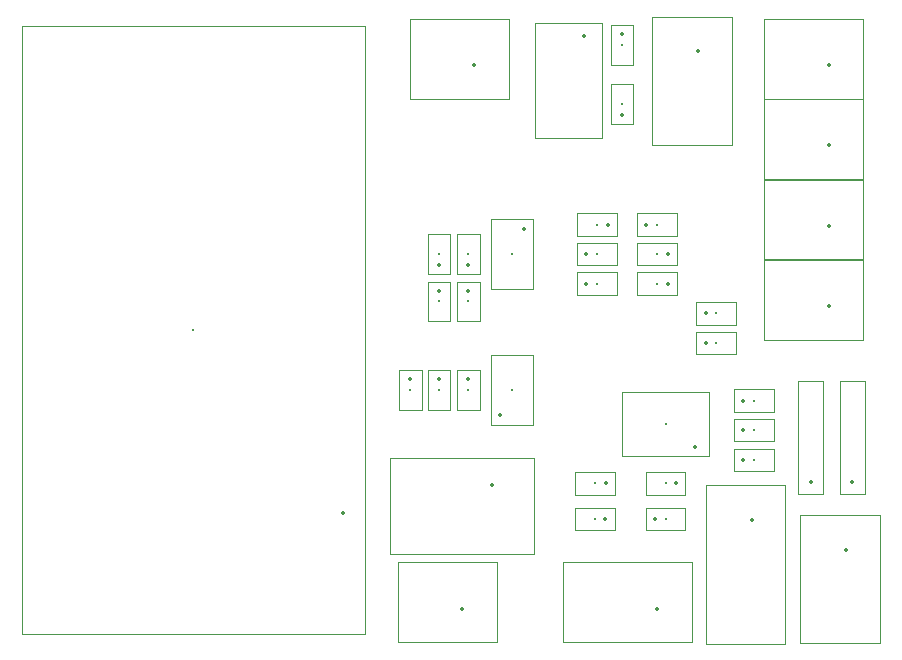
<source format=gbr>
%TF.GenerationSoftware,KiCad,Pcbnew,7.0.8*%
%TF.CreationDate,2024-02-01T15:10:07+01:00*%
%TF.ProjectId,SMD Microcontroller Schematics,534d4420-4d69-4637-926f-636f6e74726f,rev?*%
%TF.SameCoordinates,Original*%
%TF.FileFunction,Component,L1,Top*%
%TF.FilePolarity,Positive*%
%FSLAX46Y46*%
G04 Gerber Fmt 4.6, Leading zero omitted, Abs format (unit mm)*
G04 Created by KiCad (PCBNEW 7.0.8) date 2024-02-01 15:10:07*
%MOMM*%
%LPD*%
G01*
G04 APERTURE LIST*
%TA.AperFunction,ComponentMain*%
%ADD10C,0.300000*%
%TD*%
%TA.AperFunction,ComponentOutline,Courtyard*%
%ADD11C,0.100000*%
%TD*%
%TA.AperFunction,ComponentPin*%
%ADD12P,0.360000X4X0.000000*%
%TD*%
%TA.AperFunction,ComponentPin*%
%ADD13C,0.100000*%
%TD*%
G04 APERTURE END LIST*
D10*
%TO.C,"J2"*%
%TO.CFtp,"JST_XH_B2B-XH-A_1x02_P2.50mm_Vertical"*%
%TO.CVal,"Data (RX TX)"*%
%TO.CLbN,"Connector_JST"*%
%TO.CMnt,TH*%
%TO.CRot,180*%
X73000000Y-35000000D03*
D11*
X75949999Y-31100001D02*
X75949999Y-37849999D01*
X67550001Y-37849999D01*
X67550001Y-31100001D01*
X75949999Y-31100001D01*
D12*
%TO.P,"J2","1","Pin_1"*%
X73000000Y-35000000D03*
D13*
%TO.P,"J2","2","Pin_2"*%
X70500000Y-35000000D03*
%TD*%
D10*
%TO.C,"U2"*%
%TO.CFtp,"SOIC-8_3.9x4.9mm_P1.27mm"*%
%TO.CVal,"MCP6002-xP"*%
%TO.CLbN,"Package_SO"*%
%TO.CMnt,SMD*%
%TO.CRot,180*%
X89200000Y-65400000D03*
D11*
X92899999Y-62700001D02*
X92899999Y-68099999D01*
X85500001Y-68099999D01*
X85500001Y-62700001D01*
X92899999Y-62700001D01*
D12*
%TO.P,"U2","1"*%
X91675000Y-67305000D03*
D13*
%TO.P,"U2","2","-"*%
X91675000Y-66035000D03*
%TO.P,"U2","3","+"*%
X91675000Y-64765000D03*
%TO.P,"U2","4","V-"*%
X91675000Y-63495000D03*
%TO.P,"U2","5"*%
X86725000Y-63495000D03*
%TO.P,"U2","6"*%
X86725000Y-64765000D03*
%TO.P,"U2","7"*%
X86725000Y-66035000D03*
%TO.P,"U2","8","V+"*%
X86725000Y-67305000D03*
%TD*%
D10*
%TO.C,"J10"*%
%TO.CFtp,"JST_XH_B3B-XH-A_1x03_P2.50mm_Vertical"*%
%TO.CVal,"Throttle HallEffect"*%
%TO.CLbN,"Connector_JST"*%
%TO.CMnt,TH*%
%TO.CRot,-90*%
X104500000Y-76000000D03*
D11*
X107349999Y-73050001D02*
X107349999Y-83949999D01*
X100600001Y-83949999D01*
X100600001Y-73050001D01*
X107349999Y-73050001D01*
D12*
%TO.P,"J10","1","Pin_1"*%
X104500000Y-76000000D03*
D13*
%TO.P,"J10","2","Pin_2"*%
X104500000Y-78500000D03*
%TO.P,"J10","3","Pin_3"*%
X104500000Y-81000000D03*
%TD*%
D10*
%TO.C,"R18"*%
%TO.CFtp,"R_0805_2012Metric"*%
%TO.CVal,"10k"*%
%TO.CLbN,"Resistor_SMD"*%
%TO.CMnt,SMD*%
%TO.CRot,-90*%
X70000000Y-55000000D03*
D11*
X70949999Y-53320001D02*
X70949999Y-56679999D01*
X69050001Y-56679999D01*
X69050001Y-53320001D01*
X70949999Y-53320001D01*
D12*
%TO.P,"R18","1"*%
X70000000Y-54087500D03*
D13*
%TO.P,"R18","2"*%
X70000000Y-55912500D03*
%TD*%
D10*
%TO.C,"J5"*%
%TO.CFtp,"JST_XH_B2B-XH-A_1x02_P2.50mm_Vertical"*%
%TO.CVal,"Bat 1+2 V"*%
%TO.CLbN,"Connector_JST"*%
%TO.CMnt,TH*%
%TO.CRot,180*%
X103000000Y-41775000D03*
D11*
X105949999Y-37875001D02*
X105949999Y-44624999D01*
X97550001Y-44624999D01*
X97550001Y-37875001D01*
X105949999Y-37875001D01*
D12*
%TO.P,"J5","1","Pin_1"*%
X103000000Y-41775000D03*
D13*
%TO.P,"J5","2","Pin_2"*%
X100500000Y-41775000D03*
%TD*%
D10*
%TO.C,"ESP1"*%
%TO.CFtp,"MODULE_ESP32_DEVKIT_V1"*%
%TO.CVal,"ESP32-DEVKIT-V1"*%
%TO.CLbN,"ESP32-DEVKIT-V1"*%
%TO.CMnt,TH*%
%TO.CRot,180*%
X49200000Y-57400000D03*
D11*
X63729999Y-31675001D02*
X63729999Y-83124999D01*
X34720001Y-83124999D01*
X34720001Y-31675001D01*
X63729999Y-31675001D01*
D12*
%TO.P,"ESP1","1","3V3"*%
X61900000Y-72915000D03*
D13*
%TO.P,"ESP1","2","GND"*%
X61900000Y-70375000D03*
%TO.P,"ESP1","3","D15"*%
X61900000Y-67835000D03*
%TO.P,"ESP1","4","D2"*%
X61900000Y-65295000D03*
%TO.P,"ESP1","5","D4"*%
X61900000Y-62755000D03*
%TO.P,"ESP1","6","RX2"*%
X61900000Y-60215000D03*
%TO.P,"ESP1","7","TX2"*%
X61900000Y-57675000D03*
%TO.P,"ESP1","8","D5"*%
X61900000Y-55135000D03*
%TO.P,"ESP1","9","D18"*%
X61900000Y-52595000D03*
%TO.P,"ESP1","10","D19"*%
X61900000Y-50055000D03*
%TO.P,"ESP1","11","D21"*%
X61900000Y-47515000D03*
%TO.P,"ESP1","12","RX0"*%
X61900000Y-44975000D03*
%TO.P,"ESP1","13","TX0"*%
X61900000Y-42435000D03*
%TO.P,"ESP1","14","D22"*%
X61900000Y-39895000D03*
%TO.P,"ESP1","15","D23"*%
X61900000Y-37355000D03*
%TO.P,"ESP1","16","EN"*%
X36500000Y-37355000D03*
%TO.P,"ESP1","17","VP"*%
X36500000Y-39895000D03*
%TO.P,"ESP1","18","VN"*%
X36500000Y-42435000D03*
%TO.P,"ESP1","19","D34"*%
X36500000Y-44975000D03*
%TO.P,"ESP1","20","D35"*%
X36500000Y-47515000D03*
%TO.P,"ESP1","21","D32"*%
X36500000Y-50055000D03*
%TO.P,"ESP1","22","D33"*%
X36500000Y-52595000D03*
%TO.P,"ESP1","23","D25"*%
X36500000Y-55135000D03*
%TO.P,"ESP1","24","D26"*%
X36500000Y-57675000D03*
%TO.P,"ESP1","25","D27"*%
X36500000Y-60215000D03*
%TO.P,"ESP1","26","D14"*%
X36500000Y-62755000D03*
%TO.P,"ESP1","27","D12"*%
X36500000Y-65295000D03*
%TO.P,"ESP1","28","D13"*%
X36500000Y-67835000D03*
%TO.P,"ESP1","29","GND"*%
X36500000Y-70375000D03*
%TO.P,"ESP1","30","VIN"*%
X36500000Y-72915000D03*
%TD*%
D10*
%TO.C,"C2"*%
%TO.CFtp,"C_0805_2012Metric"*%
%TO.CVal,"C"*%
%TO.CLbN,"Capacitor_SMD"*%
%TO.CMnt,SMD*%
%TO.CRot,180*%
X88500000Y-53500000D03*
D11*
X90199999Y-52520001D02*
X90199999Y-54479999D01*
X86800001Y-54479999D01*
X86800001Y-52520001D01*
X90199999Y-52520001D01*
D12*
%TO.P,"C2","1"*%
X89450000Y-53500000D03*
D13*
%TO.P,"C2","2"*%
X87550000Y-53500000D03*
%TD*%
D10*
%TO.C,"U5"*%
%TO.CFtp,"TSSOP-10_3x3mm_P0.5mm"*%
%TO.CVal,"ADS1115IDGS"*%
%TO.CLbN,"Package_SO"*%
%TO.CMnt,SMD*%
%TO.CRot,90*%
X76200000Y-62500000D03*
D11*
X77999999Y-59550001D02*
X77999999Y-65449999D01*
X74400001Y-65449999D01*
X74400001Y-59550001D01*
X77999999Y-59550001D01*
D12*
%TO.P,"U5","1","ADDR"*%
X75200000Y-64650000D03*
D13*
%TO.P,"U5","2","ALERT/RDY"*%
X75700000Y-64650000D03*
%TO.P,"U5","3","GND"*%
X76200000Y-64650000D03*
%TO.P,"U5","4","AIN0"*%
X76700000Y-64650000D03*
%TO.P,"U5","5","AIN1"*%
X77200000Y-64650000D03*
%TO.P,"U5","6","AIN2"*%
X77200000Y-60350000D03*
%TO.P,"U5","7","AIN3"*%
X76700000Y-60350000D03*
%TO.P,"U5","8","VDD"*%
X76200000Y-60350000D03*
%TO.P,"U5","9","SDA"*%
X75700000Y-60350000D03*
%TO.P,"U5","10","SCL"*%
X75200000Y-60350000D03*
%TD*%
D10*
%TO.C,"C4"*%
%TO.CFtp,"C_0805_2012Metric"*%
%TO.CVal,"100nF"*%
%TO.CLbN,"Capacitor_SMD"*%
%TO.CMnt,SMD*%
%TO.CRot,90*%
X72500000Y-51000000D03*
D11*
X73479999Y-49300001D02*
X73479999Y-52699999D01*
X71520001Y-52699999D01*
X71520001Y-49300001D01*
X73479999Y-49300001D01*
D12*
%TO.P,"C4","1"*%
X72500000Y-51950000D03*
D13*
%TO.P,"C4","2"*%
X72500000Y-50050000D03*
%TD*%
D10*
%TO.C,"R8"*%
%TO.CFtp,"R_0805_2012Metric"*%
%TO.CVal,"4.7k"*%
%TO.CLbN,"Resistor_SMD"*%
%TO.CMnt,SMD*%
%TO.CRot,0*%
X96700000Y-65900000D03*
D11*
X98379999Y-64950001D02*
X98379999Y-66849999D01*
X95020001Y-66849999D01*
X95020001Y-64950001D01*
X98379999Y-64950001D01*
D12*
%TO.P,"R8","1"*%
X95787500Y-65900000D03*
D13*
%TO.P,"R8","2"*%
X97612500Y-65900000D03*
%TD*%
D10*
%TO.C,"J4"*%
%TO.CFtp,"JST_XH_B2B-XH-A_1x02_P2.50mm_Vertical"*%
%TO.CVal,"Bat 1V"*%
%TO.CLbN,"Connector_JST"*%
%TO.CMnt,TH*%
%TO.CRot,180*%
X103000000Y-35000000D03*
D11*
X105949999Y-31100001D02*
X105949999Y-37849999D01*
X97550001Y-37849999D01*
X97550001Y-31100001D01*
X105949999Y-31100001D01*
D12*
%TO.P,"J4","1","Pin_1"*%
X103000000Y-35000000D03*
D13*
%TO.P,"J4","2","Pin_2"*%
X100500000Y-35000000D03*
%TD*%
D10*
%TO.C,"R11"*%
%TO.CFtp,"R_0805_2012Metric"*%
%TO.CVal,"47k"*%
%TO.CLbN,"Resistor_SMD"*%
%TO.CMnt,SMD*%
%TO.CRot,0*%
X89200000Y-73400000D03*
D11*
X90879999Y-72450001D02*
X90879999Y-74349999D01*
X87520001Y-74349999D01*
X87520001Y-72450001D01*
X90879999Y-72450001D01*
D12*
%TO.P,"R11","1"*%
X88287500Y-73400000D03*
D13*
%TO.P,"R11","2"*%
X90112500Y-73400000D03*
%TD*%
D10*
%TO.C,"R3"*%
%TO.CFtp,"R_0805_2012Metric"*%
%TO.CVal,"R"*%
%TO.CLbN,"Resistor_SMD"*%
%TO.CMnt,SMD*%
%TO.CRot,0*%
X88500000Y-48500000D03*
D11*
X90179999Y-47550001D02*
X90179999Y-49449999D01*
X86820001Y-49449999D01*
X86820001Y-47550001D01*
X90179999Y-47550001D01*
D12*
%TO.P,"R3","1"*%
X87587500Y-48500000D03*
D13*
%TO.P,"R3","2"*%
X89412500Y-48500000D03*
%TD*%
D10*
%TO.C,"R1"*%
%TO.CFtp,"R_0805_2012Metric"*%
%TO.CVal,"R"*%
%TO.CLbN,"Resistor_SMD"*%
%TO.CMnt,SMD*%
%TO.CRot,180*%
X83412500Y-48500000D03*
D11*
X85092499Y-47550001D02*
X85092499Y-49449999D01*
X81732501Y-49449999D01*
X81732501Y-47550001D01*
X85092499Y-47550001D01*
D12*
%TO.P,"R1","1"*%
X84325000Y-48500000D03*
D13*
%TO.P,"R1","2"*%
X82500000Y-48500000D03*
%TD*%
D10*
%TO.C,"C5"*%
%TO.CFtp,"C_0805_2012Metric"*%
%TO.CVal,"100nF"*%
%TO.CLbN,"Capacitor_SMD"*%
%TO.CMnt,SMD*%
%TO.CRot,-90*%
X72500000Y-62500000D03*
D11*
X73479999Y-60800001D02*
X73479999Y-64199999D01*
X71520001Y-64199999D01*
X71520001Y-60800001D01*
X73479999Y-60800001D01*
D12*
%TO.P,"C5","1"*%
X72500000Y-61550000D03*
D13*
%TO.P,"C5","2"*%
X72500000Y-63450000D03*
%TD*%
D10*
%TO.C,"J7"*%
%TO.CFtp,"JST_XH_B2B-XH-A_1x02_P2.50mm_Vertical"*%
%TO.CVal,"Motor Controller Temp"*%
%TO.CLbN,"Connector_JST"*%
%TO.CMnt,TH*%
%TO.CRot,180*%
X103000000Y-48575000D03*
D11*
X105949999Y-44675001D02*
X105949999Y-51424999D01*
X97550001Y-51424999D01*
X97550001Y-44675001D01*
X105949999Y-44675001D01*
D12*
%TO.P,"J7","1","Pin_1"*%
X103000000Y-48575000D03*
D13*
%TO.P,"J7","2","Pin_2"*%
X100500000Y-48575000D03*
%TD*%
D10*
%TO.C,"U1"*%
%TO.CFtp,"Converter_DCDC_TRACO_TSR-1_THT"*%
%TO.CVal,"TSR_1-2450"*%
%TO.CLbN,"Converter_DCDC"*%
%TO.CMnt,TH*%
%TO.CRot,180*%
X74500000Y-70500000D03*
D11*
X78049999Y-68250001D02*
X78049999Y-76349999D01*
X65850001Y-76349999D01*
X65850001Y-68250001D01*
X78049999Y-68250001D01*
D12*
%TO.P,"U1","1","Vin"*%
X74500000Y-70500000D03*
D13*
%TO.P,"U1","2","GND"*%
X71960000Y-70500000D03*
%TO.P,"U1","3","Vout"*%
X69420000Y-70500000D03*
%TD*%
D10*
%TO.C,"U4"*%
%TO.CFtp,"TSSOP-10_3x3mm_P0.5mm"*%
%TO.CVal,"ADS1115IDGS"*%
%TO.CLbN,"Package_SO"*%
%TO.CMnt,SMD*%
%TO.CRot,-90*%
X76200000Y-51000000D03*
D11*
X77999999Y-48050001D02*
X77999999Y-53949999D01*
X74400001Y-53949999D01*
X74400001Y-48050001D01*
X77999999Y-48050001D01*
D12*
%TO.P,"U4","1","ADDR"*%
X77200000Y-48850000D03*
D13*
%TO.P,"U4","2","ALERT/RDY"*%
X76700000Y-48850000D03*
%TO.P,"U4","3","GND"*%
X76200000Y-48850000D03*
%TO.P,"U4","4","AIN0"*%
X75700000Y-48850000D03*
%TO.P,"U4","5","AIN1"*%
X75200000Y-48850000D03*
%TO.P,"U4","6","AIN2"*%
X75200000Y-53150000D03*
%TO.P,"U4","7","AIN3"*%
X75700000Y-53150000D03*
%TO.P,"U4","8","VDD"*%
X76200000Y-53150000D03*
%TO.P,"U4","9","SDA"*%
X76700000Y-53150000D03*
%TO.P,"U4","10","SCL"*%
X77200000Y-53150000D03*
%TD*%
D10*
%TO.C,"R9"*%
%TO.CFtp,"R_0805_2012Metric"*%
%TO.CVal,"10k"*%
%TO.CLbN,"Resistor_SMD"*%
%TO.CMnt,SMD*%
%TO.CRot,0*%
X96700000Y-68400000D03*
D11*
X98379999Y-67450001D02*
X98379999Y-69349999D01*
X95020001Y-69349999D01*
X95020001Y-67450001D01*
X98379999Y-67450001D01*
D12*
%TO.P,"R9","1"*%
X95787500Y-68400000D03*
D13*
%TO.P,"R9","2"*%
X97612500Y-68400000D03*
%TD*%
D10*
%TO.C,"R19"*%
%TO.CFtp,"R_0805_2012Metric"*%
%TO.CVal,"10k"*%
%TO.CLbN,"Resistor_SMD"*%
%TO.CMnt,SMD*%
%TO.CRot,-90*%
X72500000Y-55000000D03*
D11*
X73449999Y-53320001D02*
X73449999Y-56679999D01*
X71550001Y-56679999D01*
X71550001Y-53320001D01*
X73449999Y-53320001D01*
D12*
%TO.P,"R19","1"*%
X72500000Y-54087500D03*
D13*
%TO.P,"R19","2"*%
X72500000Y-55912500D03*
%TD*%
D10*
%TO.C,"R20"*%
%TO.CFtp,"R_Axial_DIN0204_L3.6mm_D1.6mm_P7.62mm_Horizontal"*%
%TO.CVal,"?"*%
%TO.CLbN,"Resistor_THT"*%
%TO.CMnt,TH*%
%TO.CRot,90*%
X105000000Y-70310000D03*
D11*
X106049999Y-61740001D02*
X106049999Y-71259999D01*
X103950001Y-71259999D01*
X103950001Y-61740001D01*
X106049999Y-61740001D01*
D12*
%TO.P,"R20","1"*%
X105000000Y-70310000D03*
D13*
%TO.P,"R20","2"*%
X105000000Y-62690000D03*
%TD*%
D10*
%TO.C,"R6"*%
%TO.CFtp,"R_0805_2012Metric"*%
%TO.CVal,"R"*%
%TO.CLbN,"Resistor_SMD"*%
%TO.CMnt,SMD*%
%TO.CRot,0*%
X93500000Y-56000000D03*
D11*
X95179999Y-55050001D02*
X95179999Y-56949999D01*
X91820001Y-56949999D01*
X91820001Y-55050001D01*
X95179999Y-55050001D01*
D12*
%TO.P,"R6","1"*%
X92587500Y-56000000D03*
D13*
%TO.P,"R6","2"*%
X94412500Y-56000000D03*
%TD*%
D10*
%TO.C,"J9"*%
%TO.CFtp,"JST_XH_B3B-XH-A_1x03_P2.50mm_Vertical"*%
%TO.CVal,"Motor Controller"*%
%TO.CLbN,"Connector_JST"*%
%TO.CMnt,TH*%
%TO.CRot,-90*%
X91950000Y-33825000D03*
D11*
X94799999Y-30875001D02*
X94799999Y-41774999D01*
X88050001Y-41774999D01*
X88050001Y-30875001D01*
X94799999Y-30875001D01*
D12*
%TO.P,"J9","1","Pin_1"*%
X91950000Y-33825000D03*
D13*
%TO.P,"J9","2","Pin_2"*%
X91950000Y-36325000D03*
%TO.P,"J9","3","Pin_3"*%
X91950000Y-38825000D03*
%TD*%
D10*
%TO.C,"R17"*%
%TO.CFtp,"R_0805_2012Metric"*%
%TO.CVal,"10k"*%
%TO.CLbN,"Resistor_SMD"*%
%TO.CMnt,SMD*%
%TO.CRot,-90*%
X70000000Y-62500000D03*
D11*
X70949999Y-60820001D02*
X70949999Y-64179999D01*
X69050001Y-64179999D01*
X69050001Y-60820001D01*
X70949999Y-60820001D01*
D12*
%TO.P,"R17","1"*%
X70000000Y-61587500D03*
D13*
%TO.P,"R17","2"*%
X70000000Y-63412500D03*
%TD*%
D10*
%TO.C,"R16"*%
%TO.CFtp,"R_0805_2012Metric"*%
%TO.CVal,"10k"*%
%TO.CLbN,"Resistor_SMD"*%
%TO.CMnt,SMD*%
%TO.CRot,90*%
X70000000Y-51000000D03*
D11*
X70949999Y-49320001D02*
X70949999Y-52679999D01*
X69050001Y-52679999D01*
X69050001Y-49320001D01*
X70949999Y-49320001D01*
D12*
%TO.P,"R16","1"*%
X70000000Y-51912500D03*
D13*
%TO.P,"R16","2"*%
X70000000Y-50087500D03*
%TD*%
D10*
%TO.C,"R21"*%
%TO.CFtp,"R_Axial_DIN0204_L3.6mm_D1.6mm_P7.62mm_Horizontal"*%
%TO.CVal,"?"*%
%TO.CLbN,"Resistor_THT"*%
%TO.CMnt,TH*%
%TO.CRot,90*%
X101500000Y-70310000D03*
D11*
X102549999Y-61740001D02*
X102549999Y-71259999D01*
X100450001Y-71259999D01*
X100450001Y-61740001D01*
X102549999Y-61740001D01*
D12*
%TO.P,"R21","1"*%
X101500000Y-70310000D03*
D13*
%TO.P,"R21","2"*%
X101500000Y-62690000D03*
%TD*%
D10*
%TO.C,"C1"*%
%TO.CFtp,"C_0805_2012Metric"*%
%TO.CVal,"C"*%
%TO.CLbN,"Capacitor_SMD"*%
%TO.CMnt,SMD*%
%TO.CRot,0*%
X83412500Y-53500000D03*
D11*
X85112499Y-52520001D02*
X85112499Y-54479999D01*
X81712501Y-54479999D01*
X81712501Y-52520001D01*
X85112499Y-52520001D01*
D12*
%TO.P,"C1","1"*%
X82462500Y-53500000D03*
D13*
%TO.P,"C1","2"*%
X84362500Y-53500000D03*
%TD*%
D10*
%TO.C,"J6"*%
%TO.CFtp,"JST_XH_B2B-XH-A_1x02_P2.50mm_Vertical"*%
%TO.CVal,"Motor Temp"*%
%TO.CLbN,"Connector_JST"*%
%TO.CMnt,TH*%
%TO.CRot,180*%
X103000000Y-55375000D03*
D11*
X105949999Y-51475001D02*
X105949999Y-58224999D01*
X97550001Y-58224999D01*
X97550001Y-51475001D01*
X105949999Y-51475001D01*
D12*
%TO.P,"J6","1","Pin_1"*%
X103000000Y-55375000D03*
D13*
%TO.P,"J6","2","Pin_2"*%
X100500000Y-55375000D03*
%TD*%
D10*
%TO.C,"R12"*%
%TO.CFtp,"R_0805_2012Metric"*%
%TO.CVal,"1k"*%
%TO.CLbN,"Resistor_SMD"*%
%TO.CMnt,SMD*%
%TO.CRot,90*%
X85500000Y-38300000D03*
D11*
X86449999Y-36620001D02*
X86449999Y-39979999D01*
X84550001Y-39979999D01*
X84550001Y-36620001D01*
X86449999Y-36620001D01*
D12*
%TO.P,"R12","1"*%
X85500000Y-39212500D03*
D13*
%TO.P,"R12","2"*%
X85500000Y-37387500D03*
%TD*%
D10*
%TO.C,"J8"*%
%TO.CFtp,"JST_XH_B4B-XH-A_1x04_P2.50mm_Vertical"*%
%TO.CVal,"Current Sensor"*%
%TO.CLbN,"Connector_JST"*%
%TO.CMnt,TH*%
%TO.CRot,-90*%
X96500000Y-73525000D03*
D11*
X99349999Y-70575001D02*
X99349999Y-83974999D01*
X92600001Y-83974999D01*
X92600001Y-70575001D01*
X99349999Y-70575001D01*
D12*
%TO.P,"J8","1","Pin_1"*%
X96500000Y-73525000D03*
D13*
%TO.P,"J8","2","Pin_2"*%
X96500000Y-76025000D03*
%TO.P,"J8","3","Pin_3"*%
X96500000Y-78525000D03*
%TO.P,"J8","4","Pin_4"*%
X96500000Y-81025000D03*
%TD*%
D10*
%TO.C,"R15"*%
%TO.CFtp,"R_0805_2012Metric"*%
%TO.CVal,"10k"*%
%TO.CLbN,"Resistor_SMD"*%
%TO.CMnt,SMD*%
%TO.CRot,-90*%
X67600000Y-62500000D03*
D11*
X68549999Y-60820001D02*
X68549999Y-64179999D01*
X66650001Y-64179999D01*
X66650001Y-60820001D01*
X68549999Y-60820001D01*
D12*
%TO.P,"R15","1"*%
X67600000Y-61587500D03*
D13*
%TO.P,"R15","2"*%
X67600000Y-63412500D03*
%TD*%
D10*
%TO.C,"J1"*%
%TO.CFtp,"JST_XH_B2B-XH-A_1x02_P2.50mm_Vertical"*%
%TO.CVal,"Power (9v)"*%
%TO.CLbN,"Connector_JST"*%
%TO.CMnt,TH*%
%TO.CRot,180*%
X72000000Y-81000000D03*
D11*
X74949999Y-77100001D02*
X74949999Y-83849999D01*
X66550001Y-83849999D01*
X66550001Y-77100001D01*
X74949999Y-77100001D01*
D12*
%TO.P,"J1","1","Pin_1"*%
X72000000Y-81000000D03*
D13*
%TO.P,"J1","2","Pin_2"*%
X69500000Y-81000000D03*
%TD*%
D10*
%TO.C,"R5"*%
%TO.CFtp,"R_0805_2012Metric"*%
%TO.CVal,"R"*%
%TO.CLbN,"Resistor_SMD"*%
%TO.CMnt,SMD*%
%TO.CRot,0*%
X93500000Y-58500000D03*
D11*
X95179999Y-57550001D02*
X95179999Y-59449999D01*
X91820001Y-59449999D01*
X91820001Y-57550001D01*
X95179999Y-57550001D01*
D12*
%TO.P,"R5","1"*%
X92587500Y-58500000D03*
D13*
%TO.P,"R5","2"*%
X94412500Y-58500000D03*
%TD*%
D10*
%TO.C,"C3"*%
%TO.CFtp,"C_0805_2012Metric"*%
%TO.CVal,"1u"*%
%TO.CLbN,"Capacitor_SMD"*%
%TO.CMnt,SMD*%
%TO.CRot,180*%
X83200000Y-70400000D03*
D11*
X84899999Y-69420001D02*
X84899999Y-71379999D01*
X81500001Y-71379999D01*
X81500001Y-69420001D01*
X84899999Y-69420001D01*
D12*
%TO.P,"C3","1"*%
X84150000Y-70400000D03*
D13*
%TO.P,"C3","2"*%
X82250000Y-70400000D03*
%TD*%
D10*
%TO.C,"R14"*%
%TO.CFtp,"R_0805_2012Metric"*%
%TO.CVal,"1k"*%
%TO.CLbN,"Resistor_SMD"*%
%TO.CMnt,SMD*%
%TO.CRot,180*%
X83200000Y-73400000D03*
D11*
X84879999Y-72450001D02*
X84879999Y-74349999D01*
X81520001Y-74349999D01*
X81520001Y-72450001D01*
X84879999Y-72450001D01*
D12*
%TO.P,"R14","1"*%
X84112500Y-73400000D03*
D13*
%TO.P,"R14","2"*%
X82287500Y-73400000D03*
%TD*%
D10*
%TO.C,"R2"*%
%TO.CFtp,"R_0805_2012Metric"*%
%TO.CVal,"R"*%
%TO.CLbN,"Resistor_SMD"*%
%TO.CMnt,SMD*%
%TO.CRot,0*%
X83412500Y-51000000D03*
D11*
X85092499Y-50050001D02*
X85092499Y-51949999D01*
X81732501Y-51949999D01*
X81732501Y-50050001D01*
X85092499Y-50050001D01*
D12*
%TO.P,"R2","1"*%
X82500000Y-51000000D03*
D13*
%TO.P,"R2","2"*%
X84325000Y-51000000D03*
%TD*%
D10*
%TO.C,"J3"*%
%TO.CFtp,"JST_XH_B3B-XH-A_1x03_P2.50mm_Vertical"*%
%TO.CVal,"RPM Sensor"*%
%TO.CLbN,"Connector_JST"*%
%TO.CMnt,TH*%
%TO.CRot,180*%
X88500000Y-81000000D03*
D11*
X91449999Y-77100001D02*
X91449999Y-83849999D01*
X80550001Y-83849999D01*
X80550001Y-77100001D01*
X91449999Y-77100001D01*
D12*
%TO.P,"J3","1","Pin_1"*%
X88500000Y-81000000D03*
D13*
%TO.P,"J3","2","Pin_2"*%
X86000000Y-81000000D03*
%TO.P,"J3","3","Pin_3"*%
X83500000Y-81000000D03*
%TD*%
D10*
%TO.C,"R10"*%
%TO.CFtp,"R_0805_2012Metric"*%
%TO.CVal,"10k"*%
%TO.CLbN,"Resistor_SMD"*%
%TO.CMnt,SMD*%
%TO.CRot,180*%
X89200000Y-70400000D03*
D11*
X90879999Y-69450001D02*
X90879999Y-71349999D01*
X87520001Y-71349999D01*
X87520001Y-69450001D01*
X90879999Y-69450001D01*
D12*
%TO.P,"R10","1"*%
X90112500Y-70400000D03*
D13*
%TO.P,"R10","2"*%
X88287500Y-70400000D03*
%TD*%
D10*
%TO.C,"R13"*%
%TO.CFtp,"R_0805_2012Metric"*%
%TO.CVal,"220"*%
%TO.CLbN,"Resistor_SMD"*%
%TO.CMnt,SMD*%
%TO.CRot,-90*%
X85500000Y-33300000D03*
D11*
X86449999Y-31620001D02*
X86449999Y-34979999D01*
X84550001Y-34979999D01*
X84550001Y-31620001D01*
X86449999Y-31620001D01*
D12*
%TO.P,"R13","1"*%
X85500000Y-32387500D03*
D13*
%TO.P,"R13","2"*%
X85500000Y-34212500D03*
%TD*%
D10*
%TO.C,"R7"*%
%TO.CFtp,"R_0805_2012Metric"*%
%TO.CVal,"4.7k"*%
%TO.CLbN,"Resistor_SMD"*%
%TO.CMnt,SMD*%
%TO.CRot,0*%
X96700000Y-63400000D03*
D11*
X98379999Y-62450001D02*
X98379999Y-64349999D01*
X95020001Y-64349999D01*
X95020001Y-62450001D01*
X98379999Y-62450001D01*
D12*
%TO.P,"R7","1"*%
X95787500Y-63400000D03*
D13*
%TO.P,"R7","2"*%
X97612500Y-63400000D03*
%TD*%
D10*
%TO.C,"U3"*%
%TO.CFtp,"DIP-4_W7.62mm"*%
%TO.CVal,"PC817"*%
%TO.CLbN,"Package_DIP"*%
%TO.CMnt,TH*%
%TO.CRot,-90*%
X82275000Y-32500000D03*
D11*
X83824999Y-31400001D02*
X83824999Y-41199999D01*
X78175001Y-41199999D01*
X78175001Y-31400001D01*
X83824999Y-31400001D01*
D12*
%TO.P,"U3","1"*%
X82275000Y-32500000D03*
D13*
%TO.P,"U3","2"*%
X79735000Y-32500000D03*
%TO.P,"U3","3"*%
X79735000Y-40120000D03*
%TO.P,"U3","4"*%
X82275000Y-40120000D03*
%TD*%
D10*
%TO.C,"R4"*%
%TO.CFtp,"R_0805_2012Metric"*%
%TO.CVal,"R"*%
%TO.CLbN,"Resistor_SMD"*%
%TO.CMnt,SMD*%
%TO.CRot,180*%
X88500000Y-51000000D03*
D11*
X90179999Y-50050001D02*
X90179999Y-51949999D01*
X86820001Y-51949999D01*
X86820001Y-50050001D01*
X90179999Y-50050001D01*
D12*
%TO.P,"R4","1"*%
X89412500Y-51000000D03*
D13*
%TO.P,"R4","2"*%
X87587500Y-51000000D03*
%TD*%
M02*

</source>
